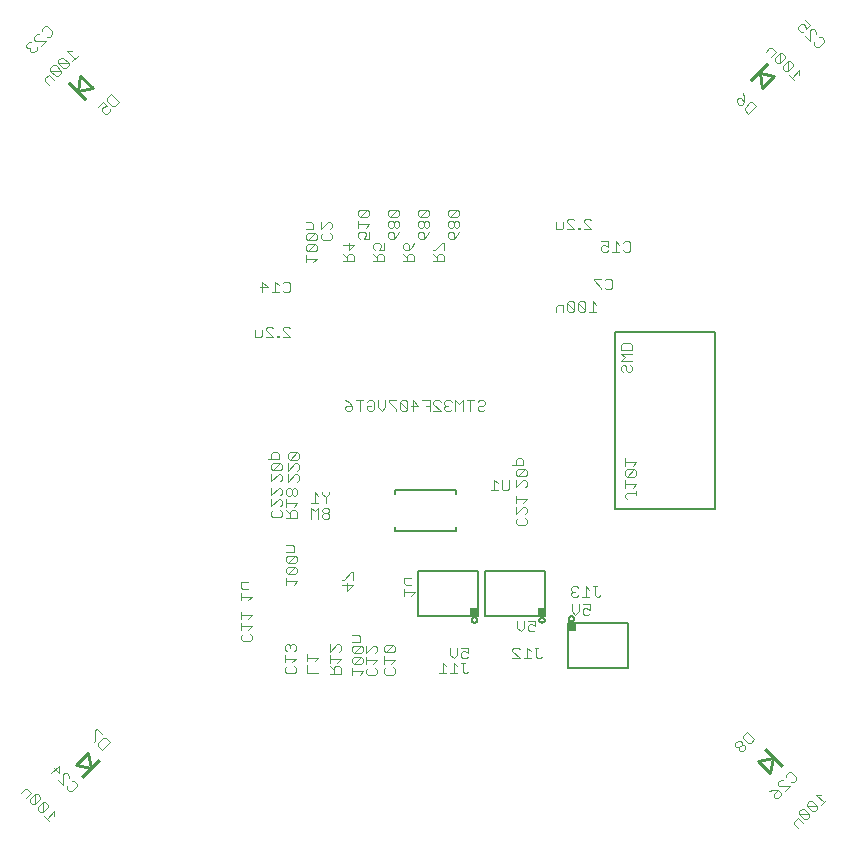
<source format=gbo>
G75*
%MOIN*%
%OFA0B0*%
%FSLAX25Y25*%
%IPPOS*%
%LPD*%
%AMOC8*
5,1,8,0,0,1.08239X$1,22.5*
%
%ADD10C,0.00400*%
%ADD11C,0.00800*%
%ADD12C,0.01000*%
%ADD13R,0.01181X0.08268*%
%ADD14C,0.00500*%
%ADD15R,0.02500X0.02500*%
D10*
X0359209Y0165255D02*
X0360483Y0166529D01*
X0361332Y0166529D01*
X0362606Y0165255D01*
X0360907Y0163556D01*
X0362238Y0163075D02*
X0362238Y0162226D01*
X0363087Y0161376D01*
X0363936Y0161376D01*
X0363936Y0164773D01*
X0362238Y0163075D01*
X0363936Y0164773D02*
X0364785Y0164773D01*
X0365635Y0163924D01*
X0365635Y0163075D01*
X0363936Y0161376D01*
X0364842Y0160471D02*
X0364842Y0159621D01*
X0365691Y0158772D01*
X0366541Y0158772D01*
X0366541Y0162169D01*
X0364842Y0160471D01*
X0366541Y0162169D02*
X0367390Y0162169D01*
X0368239Y0161320D01*
X0368239Y0160471D01*
X0366541Y0158772D01*
X0367022Y0157442D02*
X0368720Y0155743D01*
X0367871Y0156592D02*
X0370419Y0159140D01*
X0370419Y0157442D01*
X0375367Y0165739D02*
X0374517Y0166588D01*
X0374517Y0167437D01*
X0373187Y0167919D02*
X0373187Y0171316D01*
X0373612Y0171740D01*
X0374461Y0171740D01*
X0375310Y0170891D01*
X0375310Y0170042D01*
X0376216Y0169136D02*
X0377065Y0169136D01*
X0377914Y0168287D01*
X0377914Y0167437D01*
X0376216Y0165739D01*
X0375367Y0165739D01*
X0373187Y0167919D02*
X0371488Y0169617D01*
X0371856Y0171797D02*
X0370158Y0173495D01*
X0369309Y0171797D02*
X0371856Y0174345D01*
X0371856Y0171797D01*
X0383688Y0182256D02*
X0384112Y0182680D01*
X0384112Y0186077D01*
X0384537Y0186502D01*
X0386235Y0184804D01*
X0386717Y0183473D02*
X0387566Y0183473D01*
X0388840Y0182199D01*
X0386292Y0179651D01*
X0385018Y0180925D01*
X0385018Y0181775D01*
X0386717Y0183473D01*
X0432713Y0216475D02*
X0432713Y0217676D01*
X0433313Y0218276D01*
X0432713Y0219557D02*
X0432713Y0221959D01*
X0432713Y0220758D02*
X0436316Y0220758D01*
X0435115Y0219557D01*
X0435715Y0218276D02*
X0436316Y0217676D01*
X0436316Y0216475D01*
X0435715Y0215874D01*
X0433313Y0215874D01*
X0432713Y0216475D01*
X0432713Y0223240D02*
X0432713Y0225642D01*
X0432713Y0224441D02*
X0436316Y0224441D01*
X0435115Y0223240D01*
X0435024Y0229374D02*
X0436225Y0230575D01*
X0432622Y0230575D01*
X0432622Y0229374D02*
X0432622Y0231776D01*
X0433223Y0233057D02*
X0432622Y0233658D01*
X0432622Y0235459D01*
X0435024Y0235459D01*
X0435024Y0233057D02*
X0433223Y0233057D01*
X0447776Y0234551D02*
X0447776Y0236953D01*
X0447776Y0235752D02*
X0451379Y0235752D01*
X0450178Y0234551D01*
X0450778Y0238234D02*
X0451379Y0238835D01*
X0451379Y0240036D01*
X0450778Y0240636D01*
X0448376Y0238234D01*
X0447776Y0238835D01*
X0447776Y0240036D01*
X0448376Y0240636D01*
X0450778Y0240636D01*
X0450778Y0241917D02*
X0451379Y0242518D01*
X0451379Y0243719D01*
X0450778Y0244320D01*
X0448376Y0241917D01*
X0447776Y0242518D01*
X0447776Y0243719D01*
X0448376Y0244320D01*
X0450778Y0244320D01*
X0450178Y0245601D02*
X0450178Y0247402D01*
X0449577Y0248003D01*
X0447776Y0248003D01*
X0447776Y0245601D02*
X0450178Y0245601D01*
X0450778Y0241917D02*
X0448376Y0241917D01*
X0448376Y0238234D02*
X0450778Y0238234D01*
X0466276Y0236368D02*
X0466876Y0236368D01*
X0469278Y0238770D01*
X0469879Y0238770D01*
X0469879Y0236368D01*
X0469879Y0234486D02*
X0468077Y0232685D01*
X0468077Y0235087D01*
X0466276Y0234486D02*
X0469879Y0234486D01*
X0469776Y0218003D02*
X0471577Y0218003D01*
X0472178Y0217402D01*
X0472178Y0215601D01*
X0469776Y0215601D01*
X0470376Y0214320D02*
X0469776Y0213719D01*
X0469776Y0212518D01*
X0470376Y0211917D01*
X0472778Y0214320D01*
X0470376Y0214320D01*
X0472778Y0214320D02*
X0473379Y0213719D01*
X0473379Y0212518D01*
X0472778Y0211917D01*
X0470376Y0211917D01*
X0470376Y0210636D02*
X0469776Y0210036D01*
X0469776Y0208835D01*
X0470376Y0208234D01*
X0472778Y0210636D01*
X0470376Y0210636D01*
X0470376Y0208234D02*
X0472778Y0208234D01*
X0473379Y0208835D01*
X0473379Y0210036D01*
X0472778Y0210636D01*
X0474276Y0210636D02*
X0474276Y0208234D01*
X0474276Y0209435D02*
X0477879Y0209435D01*
X0476678Y0208234D01*
X0477278Y0206953D02*
X0477879Y0206353D01*
X0477879Y0205152D01*
X0477278Y0204551D01*
X0474876Y0204551D01*
X0474276Y0205152D01*
X0474276Y0206353D01*
X0474876Y0206953D01*
X0473379Y0205752D02*
X0469776Y0205752D01*
X0469776Y0204551D02*
X0469776Y0206953D01*
X0472178Y0204551D02*
X0473379Y0205752D01*
X0474276Y0211917D02*
X0476678Y0214320D01*
X0477278Y0214320D01*
X0477879Y0213719D01*
X0477879Y0212518D01*
X0477278Y0211917D01*
X0474276Y0211917D02*
X0474276Y0214320D01*
X0480339Y0213847D02*
X0480339Y0212646D01*
X0480939Y0212045D01*
X0483341Y0214447D01*
X0480939Y0214447D01*
X0480339Y0213847D01*
X0480939Y0212045D02*
X0483341Y0212045D01*
X0483942Y0212646D01*
X0483942Y0213847D01*
X0483341Y0214447D01*
X0480339Y0210764D02*
X0480339Y0208362D01*
X0480339Y0209563D02*
X0483942Y0209563D01*
X0482741Y0208362D01*
X0483341Y0207081D02*
X0483942Y0206480D01*
X0483942Y0205279D01*
X0483341Y0204679D01*
X0480939Y0204679D01*
X0480339Y0205279D01*
X0480339Y0206480D01*
X0480939Y0207081D01*
X0465879Y0206803D02*
X0465278Y0207404D01*
X0464077Y0207404D01*
X0463477Y0206803D01*
X0463477Y0205002D01*
X0463477Y0206203D02*
X0462276Y0207404D01*
X0462276Y0208685D02*
X0462276Y0211087D01*
X0462276Y0209886D02*
X0465879Y0209886D01*
X0464678Y0208685D01*
X0465879Y0206803D02*
X0465879Y0205002D01*
X0462276Y0205002D01*
X0458379Y0205368D02*
X0454776Y0205368D01*
X0454776Y0207770D01*
X0454776Y0209051D02*
X0454776Y0211453D01*
X0454776Y0210252D02*
X0458379Y0210252D01*
X0457178Y0209051D01*
X0462276Y0212368D02*
X0464678Y0214770D01*
X0465278Y0214770D01*
X0465879Y0214170D01*
X0465879Y0212969D01*
X0465278Y0212368D01*
X0462276Y0212368D02*
X0462276Y0214770D01*
X0450879Y0214219D02*
X0450278Y0214820D01*
X0449678Y0214820D01*
X0449077Y0214219D01*
X0448477Y0214820D01*
X0447876Y0214820D01*
X0447276Y0214219D01*
X0447276Y0213018D01*
X0447876Y0212417D01*
X0447276Y0211136D02*
X0447276Y0208734D01*
X0447276Y0209935D02*
X0450879Y0209935D01*
X0449678Y0208734D01*
X0450278Y0207453D02*
X0450879Y0206853D01*
X0450879Y0205652D01*
X0450278Y0205051D01*
X0447876Y0205051D01*
X0447276Y0205652D01*
X0447276Y0206853D01*
X0447876Y0207453D01*
X0450278Y0212417D02*
X0450879Y0213018D01*
X0450879Y0214219D01*
X0449077Y0214219D02*
X0449077Y0213618D01*
X0486929Y0230862D02*
X0486929Y0233264D01*
X0486929Y0232063D02*
X0490532Y0232063D01*
X0489331Y0230862D01*
X0489331Y0234545D02*
X0487530Y0234545D01*
X0486929Y0235146D01*
X0486929Y0236947D01*
X0489331Y0236947D01*
X0462059Y0257258D02*
X0462059Y0257859D01*
X0461458Y0258459D01*
X0460257Y0258459D01*
X0459657Y0257859D01*
X0459657Y0257258D01*
X0460257Y0256657D01*
X0461458Y0256657D01*
X0462059Y0257258D01*
X0461458Y0258459D02*
X0462059Y0259060D01*
X0462059Y0259660D01*
X0461458Y0260261D01*
X0460257Y0260261D01*
X0459657Y0259660D01*
X0459657Y0259060D01*
X0460257Y0258459D01*
X0458376Y0256657D02*
X0458376Y0260261D01*
X0457175Y0259060D01*
X0455974Y0260261D01*
X0455974Y0256657D01*
X0451379Y0257002D02*
X0451379Y0258803D01*
X0450778Y0259404D01*
X0449577Y0259404D01*
X0448977Y0258803D01*
X0448977Y0257002D01*
X0448977Y0258203D02*
X0447776Y0259404D01*
X0447776Y0260685D02*
X0447776Y0263087D01*
X0447776Y0261886D02*
X0451379Y0261886D01*
X0450178Y0260685D01*
X0450178Y0264368D02*
X0450778Y0264368D01*
X0451379Y0264969D01*
X0451379Y0266170D01*
X0450778Y0266770D01*
X0450178Y0266770D01*
X0449577Y0266170D01*
X0449577Y0264969D01*
X0450178Y0264368D01*
X0449577Y0264969D02*
X0448977Y0264368D01*
X0448376Y0264368D01*
X0447776Y0264969D01*
X0447776Y0266170D01*
X0448376Y0266770D01*
X0448977Y0266770D01*
X0449577Y0266170D01*
X0448276Y0269002D02*
X0450678Y0271404D01*
X0451278Y0271404D01*
X0451879Y0270803D01*
X0451879Y0269602D01*
X0451278Y0269002D01*
X0448276Y0269002D02*
X0448276Y0271404D01*
X0448276Y0272685D02*
X0450678Y0275087D01*
X0451278Y0275087D01*
X0451879Y0274486D01*
X0451879Y0273285D01*
X0451278Y0272685D01*
X0448276Y0272685D02*
X0448276Y0275087D01*
X0448876Y0276368D02*
X0451278Y0278770D01*
X0448876Y0278770D01*
X0448276Y0278170D01*
X0448276Y0276969D01*
X0448876Y0276368D01*
X0451278Y0276368D01*
X0451879Y0276969D01*
X0451879Y0278170D01*
X0451278Y0278770D01*
X0445178Y0278219D02*
X0444577Y0278820D01*
X0443376Y0278820D01*
X0442776Y0278219D01*
X0442776Y0276417D01*
X0441575Y0276417D02*
X0445178Y0276417D01*
X0445178Y0278219D01*
X0445778Y0275136D02*
X0443376Y0272734D01*
X0442776Y0273335D01*
X0442776Y0274536D01*
X0443376Y0275136D01*
X0445778Y0275136D01*
X0446379Y0274536D01*
X0446379Y0273335D01*
X0445778Y0272734D01*
X0443376Y0272734D01*
X0442776Y0271453D02*
X0442776Y0269051D01*
X0445178Y0271453D01*
X0445778Y0271453D01*
X0446379Y0270853D01*
X0446379Y0269652D01*
X0445778Y0269051D01*
X0445778Y0266820D02*
X0446379Y0266219D01*
X0446379Y0265018D01*
X0445778Y0264417D01*
X0445778Y0263136D02*
X0446379Y0262536D01*
X0446379Y0261335D01*
X0445778Y0260734D01*
X0445778Y0259453D02*
X0446379Y0258853D01*
X0446379Y0257652D01*
X0445778Y0257051D01*
X0443376Y0257051D01*
X0442776Y0257652D01*
X0442776Y0258853D01*
X0443376Y0259453D01*
X0442776Y0260734D02*
X0445178Y0263136D01*
X0445778Y0263136D01*
X0442776Y0263136D02*
X0442776Y0260734D01*
X0442776Y0264417D02*
X0445178Y0266820D01*
X0445778Y0266820D01*
X0442776Y0266820D02*
X0442776Y0264417D01*
X0447776Y0257002D02*
X0451379Y0257002D01*
X0455974Y0261945D02*
X0458376Y0261945D01*
X0457175Y0261945D02*
X0457175Y0265548D01*
X0458376Y0264347D01*
X0459657Y0264947D02*
X0459657Y0265548D01*
X0459657Y0264947D02*
X0460858Y0263746D01*
X0460858Y0261945D01*
X0460858Y0263746D02*
X0462059Y0264947D01*
X0462059Y0265548D01*
X0467876Y0292551D02*
X0467276Y0293152D01*
X0467276Y0293752D01*
X0467876Y0294353D01*
X0469678Y0294353D01*
X0469678Y0293152D01*
X0469077Y0292551D01*
X0467876Y0292551D01*
X0469678Y0294353D02*
X0468477Y0295554D01*
X0467276Y0296154D01*
X0470959Y0296154D02*
X0473361Y0296154D01*
X0472160Y0296154D02*
X0472160Y0292551D01*
X0474642Y0293152D02*
X0475243Y0292551D01*
X0476444Y0292551D01*
X0477044Y0293152D01*
X0477044Y0295554D01*
X0476444Y0296154D01*
X0475243Y0296154D01*
X0474642Y0295554D01*
X0474642Y0294353D02*
X0475843Y0294353D01*
X0474642Y0294353D02*
X0474642Y0293152D01*
X0478325Y0293752D02*
X0479526Y0292551D01*
X0480727Y0293752D01*
X0480727Y0296154D01*
X0482008Y0296154D02*
X0482008Y0295554D01*
X0484410Y0293152D01*
X0484410Y0292551D01*
X0485692Y0293152D02*
X0486292Y0292551D01*
X0487493Y0292551D01*
X0488094Y0293152D01*
X0485692Y0295554D01*
X0485692Y0293152D01*
X0488094Y0293152D02*
X0488094Y0295554D01*
X0487493Y0296154D01*
X0486292Y0296154D01*
X0485692Y0295554D01*
X0484410Y0296154D02*
X0482008Y0296154D01*
X0478325Y0296154D02*
X0478325Y0293752D01*
X0489375Y0294353D02*
X0491777Y0294353D01*
X0489975Y0296154D01*
X0489975Y0292551D01*
X0494259Y0294353D02*
X0495460Y0294353D01*
X0496741Y0294953D02*
X0496741Y0295554D01*
X0497341Y0296154D01*
X0498543Y0296154D01*
X0499143Y0295554D01*
X0500424Y0295554D02*
X0500424Y0294953D01*
X0501025Y0294353D01*
X0500424Y0293752D01*
X0500424Y0293152D01*
X0501025Y0292551D01*
X0502226Y0292551D01*
X0502826Y0293152D01*
X0504107Y0292551D02*
X0504107Y0296154D01*
X0505308Y0294953D01*
X0506509Y0296154D01*
X0506509Y0292551D01*
X0508991Y0292551D02*
X0508991Y0296154D01*
X0510192Y0296154D02*
X0507790Y0296154D01*
X0511474Y0295554D02*
X0512074Y0296154D01*
X0513275Y0296154D01*
X0513876Y0295554D01*
X0513876Y0294953D01*
X0513275Y0294353D01*
X0512074Y0294353D01*
X0511474Y0293752D01*
X0511474Y0293152D01*
X0512074Y0292551D01*
X0513275Y0292551D01*
X0513876Y0293152D01*
X0502826Y0295554D02*
X0502226Y0296154D01*
X0501025Y0296154D01*
X0500424Y0295554D01*
X0501025Y0294353D02*
X0501625Y0294353D01*
X0499143Y0292551D02*
X0496741Y0294953D01*
X0495460Y0296154D02*
X0493058Y0296154D01*
X0495460Y0296154D02*
X0495460Y0292551D01*
X0496741Y0292551D02*
X0499143Y0292551D01*
X0516991Y0269654D02*
X0516991Y0266051D01*
X0518192Y0266051D02*
X0515790Y0266051D01*
X0518192Y0268453D02*
X0516991Y0269654D01*
X0519474Y0269654D02*
X0519474Y0266652D01*
X0520074Y0266051D01*
X0521275Y0266051D01*
X0521876Y0266652D01*
X0521876Y0269654D01*
X0524276Y0269453D02*
X0524276Y0267051D01*
X0526678Y0269453D01*
X0527278Y0269453D01*
X0527879Y0268853D01*
X0527879Y0267652D01*
X0527278Y0267051D01*
X0527278Y0270734D02*
X0527879Y0271335D01*
X0527879Y0272536D01*
X0527278Y0273136D01*
X0524876Y0270734D01*
X0524276Y0271335D01*
X0524276Y0272536D01*
X0524876Y0273136D01*
X0527278Y0273136D01*
X0526678Y0274417D02*
X0523075Y0274417D01*
X0524276Y0274417D02*
X0524276Y0276219D01*
X0524876Y0276820D01*
X0526077Y0276820D01*
X0526678Y0276219D01*
X0526678Y0274417D01*
X0527278Y0270734D02*
X0524876Y0270734D01*
X0524276Y0264320D02*
X0524276Y0261917D01*
X0524276Y0263118D02*
X0527879Y0263118D01*
X0526678Y0261917D01*
X0526678Y0260636D02*
X0527278Y0260636D01*
X0527879Y0260036D01*
X0527879Y0258835D01*
X0527278Y0258234D01*
X0527278Y0256953D02*
X0527879Y0256353D01*
X0527879Y0255152D01*
X0527278Y0254551D01*
X0524876Y0254551D01*
X0524276Y0255152D01*
X0524276Y0256353D01*
X0524876Y0256953D01*
X0524276Y0258234D02*
X0526678Y0260636D01*
X0524276Y0260636D02*
X0524276Y0258234D01*
X0543257Y0234154D02*
X0542657Y0233554D01*
X0542657Y0232953D01*
X0543257Y0232353D01*
X0542657Y0231752D01*
X0542657Y0231152D01*
X0543257Y0230551D01*
X0544458Y0230551D01*
X0545059Y0231152D01*
X0546340Y0230551D02*
X0548742Y0230551D01*
X0547541Y0230551D02*
X0547541Y0234154D01*
X0548742Y0232953D01*
X0550023Y0234154D02*
X0551224Y0234154D01*
X0550623Y0234154D02*
X0550623Y0231152D01*
X0551224Y0230551D01*
X0551825Y0230551D01*
X0552425Y0231152D01*
X0548876Y0228154D02*
X0546474Y0228154D01*
X0545192Y0228154D02*
X0545192Y0225752D01*
X0543991Y0224551D01*
X0542790Y0225752D01*
X0542790Y0228154D01*
X0546474Y0226353D02*
X0546474Y0225152D01*
X0547074Y0224551D01*
X0548275Y0224551D01*
X0548876Y0225152D01*
X0548876Y0226353D02*
X0547675Y0226953D01*
X0547074Y0226953D01*
X0546474Y0226353D01*
X0548876Y0226353D02*
X0548876Y0228154D01*
X0543858Y0232353D02*
X0543257Y0232353D01*
X0543257Y0234154D02*
X0544458Y0234154D01*
X0545059Y0233554D01*
X0530742Y0222654D02*
X0530742Y0220853D01*
X0529541Y0221453D01*
X0528940Y0221453D01*
X0528340Y0220853D01*
X0528340Y0219652D01*
X0528940Y0219051D01*
X0530141Y0219051D01*
X0530742Y0219652D01*
X0530742Y0222654D02*
X0528340Y0222654D01*
X0527059Y0222654D02*
X0527059Y0220252D01*
X0525858Y0219051D01*
X0524657Y0220252D01*
X0524657Y0222654D01*
X0524909Y0213654D02*
X0523708Y0213654D01*
X0523107Y0213054D01*
X0523107Y0212453D01*
X0525509Y0210051D01*
X0523107Y0210051D01*
X0526790Y0210051D02*
X0529192Y0210051D01*
X0527991Y0210051D02*
X0527991Y0213654D01*
X0529192Y0212453D01*
X0530474Y0213654D02*
X0531675Y0213654D01*
X0531074Y0213654D02*
X0531074Y0210652D01*
X0531675Y0210051D01*
X0532275Y0210051D01*
X0532876Y0210652D01*
X0525509Y0213054D02*
X0524909Y0213654D01*
X0508376Y0213654D02*
X0508376Y0211853D01*
X0507175Y0212453D01*
X0506574Y0212453D01*
X0505974Y0211853D01*
X0505974Y0210652D01*
X0506574Y0210051D01*
X0507775Y0210051D01*
X0508376Y0210652D01*
X0507175Y0208654D02*
X0505974Y0208654D01*
X0506574Y0208654D02*
X0506574Y0205652D01*
X0507175Y0205051D01*
X0507775Y0205051D01*
X0508376Y0205652D01*
X0504692Y0205051D02*
X0502290Y0205051D01*
X0503491Y0205051D02*
X0503491Y0208654D01*
X0504692Y0207453D01*
X0503491Y0210051D02*
X0502290Y0211252D01*
X0502290Y0213654D01*
X0504692Y0213654D02*
X0504692Y0211252D01*
X0503491Y0210051D01*
X0501009Y0207453D02*
X0499808Y0208654D01*
X0499808Y0205051D01*
X0501009Y0205051D02*
X0498607Y0205051D01*
X0505974Y0213654D02*
X0508376Y0213654D01*
X0560776Y0263919D02*
X0560776Y0264520D01*
X0561376Y0265120D01*
X0564379Y0265120D01*
X0564379Y0264520D02*
X0564379Y0265721D01*
X0563178Y0267002D02*
X0564379Y0268203D01*
X0560776Y0268203D01*
X0560776Y0267002D02*
X0560776Y0269404D01*
X0561376Y0270685D02*
X0563778Y0273087D01*
X0561376Y0273087D01*
X0560776Y0272486D01*
X0560776Y0271285D01*
X0561376Y0270685D01*
X0563778Y0270685D01*
X0564379Y0271285D01*
X0564379Y0272486D01*
X0563778Y0273087D01*
X0563178Y0274368D02*
X0564379Y0275569D01*
X0560776Y0275569D01*
X0560776Y0274368D02*
X0560776Y0276770D01*
X0560776Y0263919D02*
X0561376Y0263319D01*
X0561678Y0305502D02*
X0561077Y0306102D01*
X0561077Y0307303D01*
X0560477Y0307904D01*
X0559876Y0307904D01*
X0559276Y0307303D01*
X0559276Y0306102D01*
X0559876Y0305502D01*
X0561678Y0305502D02*
X0562278Y0305502D01*
X0562879Y0306102D01*
X0562879Y0307303D01*
X0562278Y0307904D01*
X0562879Y0309185D02*
X0559276Y0309185D01*
X0560477Y0310386D01*
X0559276Y0311587D01*
X0562879Y0311587D01*
X0562879Y0312868D02*
X0562879Y0314670D01*
X0562278Y0315270D01*
X0559876Y0315270D01*
X0559276Y0314670D01*
X0559276Y0312868D01*
X0562879Y0312868D01*
X0551108Y0325551D02*
X0548706Y0325551D01*
X0549907Y0325551D02*
X0549907Y0329154D01*
X0551108Y0327953D01*
X0547425Y0328554D02*
X0546825Y0329154D01*
X0545623Y0329154D01*
X0545023Y0328554D01*
X0547425Y0326152D01*
X0546825Y0325551D01*
X0545623Y0325551D01*
X0545023Y0326152D01*
X0545023Y0328554D01*
X0543742Y0328554D02*
X0543141Y0329154D01*
X0541940Y0329154D01*
X0541340Y0328554D01*
X0543742Y0326152D01*
X0543141Y0325551D01*
X0541940Y0325551D01*
X0541340Y0326152D01*
X0541340Y0328554D01*
X0540059Y0327953D02*
X0538257Y0327953D01*
X0537657Y0327353D01*
X0537657Y0325551D01*
X0540059Y0325551D02*
X0540059Y0327953D01*
X0543742Y0328554D02*
X0543742Y0326152D01*
X0547425Y0326152D02*
X0547425Y0328554D01*
X0552559Y0333051D02*
X0552559Y0333652D01*
X0550157Y0336054D01*
X0550157Y0336654D01*
X0552559Y0336654D01*
X0553840Y0336054D02*
X0554440Y0336654D01*
X0555641Y0336654D01*
X0556242Y0336054D01*
X0556242Y0333652D01*
X0555641Y0333051D01*
X0554440Y0333051D01*
X0553840Y0333652D01*
X0553257Y0345551D02*
X0554458Y0345551D01*
X0555059Y0346152D01*
X0555059Y0347353D02*
X0553858Y0347953D01*
X0553257Y0347953D01*
X0552657Y0347353D01*
X0552657Y0346152D01*
X0553257Y0345551D01*
X0555059Y0347353D02*
X0555059Y0349154D01*
X0552657Y0349154D01*
X0557541Y0349154D02*
X0557541Y0345551D01*
X0558742Y0345551D02*
X0556340Y0345551D01*
X0558742Y0347953D02*
X0557541Y0349154D01*
X0560023Y0348554D02*
X0560623Y0349154D01*
X0561825Y0349154D01*
X0562425Y0348554D01*
X0562425Y0346152D01*
X0561825Y0345551D01*
X0560623Y0345551D01*
X0560023Y0346152D01*
X0549267Y0353051D02*
X0546865Y0355453D01*
X0546865Y0356054D01*
X0547465Y0356654D01*
X0548666Y0356654D01*
X0549267Y0356054D01*
X0549267Y0353051D02*
X0546865Y0353051D01*
X0545583Y0353051D02*
X0544983Y0353051D01*
X0544983Y0353652D01*
X0545583Y0353652D01*
X0545583Y0353051D01*
X0543742Y0353051D02*
X0541340Y0355453D01*
X0541340Y0356054D01*
X0541940Y0356654D01*
X0543141Y0356654D01*
X0543742Y0356054D01*
X0543742Y0353051D02*
X0541340Y0353051D01*
X0540059Y0353652D02*
X0539458Y0353051D01*
X0537657Y0353051D01*
X0537657Y0355453D01*
X0540059Y0355453D02*
X0540059Y0353652D01*
X0505379Y0354209D02*
X0505379Y0355410D01*
X0504778Y0356010D01*
X0504178Y0356010D01*
X0503577Y0355410D01*
X0503577Y0354209D01*
X0504178Y0353608D01*
X0504778Y0353608D01*
X0505379Y0354209D01*
X0503577Y0354209D02*
X0502977Y0353608D01*
X0502376Y0353608D01*
X0501776Y0354209D01*
X0501776Y0355410D01*
X0502376Y0356010D01*
X0502977Y0356010D01*
X0503577Y0355410D01*
X0502376Y0357291D02*
X0504778Y0359694D01*
X0502376Y0359694D01*
X0501776Y0359093D01*
X0501776Y0357892D01*
X0502376Y0357291D01*
X0504778Y0357291D01*
X0505379Y0357892D01*
X0505379Y0359093D01*
X0504778Y0359694D01*
X0505379Y0352327D02*
X0504778Y0351126D01*
X0503577Y0349925D01*
X0503577Y0351727D01*
X0502977Y0352327D01*
X0502376Y0352327D01*
X0501776Y0351727D01*
X0501776Y0350526D01*
X0502376Y0349925D01*
X0503577Y0349925D01*
X0500379Y0348510D02*
X0499778Y0348510D01*
X0497376Y0346108D01*
X0496776Y0346108D01*
X0496776Y0344827D02*
X0497977Y0343626D01*
X0497977Y0344227D02*
X0497977Y0342425D01*
X0496776Y0342425D02*
X0500379Y0342425D01*
X0500379Y0344227D01*
X0499778Y0344827D01*
X0498577Y0344827D01*
X0497977Y0344227D01*
X0500379Y0346108D02*
X0500379Y0348510D01*
X0494778Y0351126D02*
X0493577Y0349925D01*
X0493577Y0351727D01*
X0492977Y0352327D01*
X0492376Y0352327D01*
X0491776Y0351727D01*
X0491776Y0350526D01*
X0492376Y0349925D01*
X0493577Y0349925D01*
X0494778Y0351126D02*
X0495379Y0352327D01*
X0494778Y0353608D02*
X0494178Y0353608D01*
X0493577Y0354209D01*
X0493577Y0355410D01*
X0492977Y0356010D01*
X0492376Y0356010D01*
X0491776Y0355410D01*
X0491776Y0354209D01*
X0492376Y0353608D01*
X0492977Y0353608D01*
X0493577Y0354209D01*
X0493577Y0355410D02*
X0494178Y0356010D01*
X0494778Y0356010D01*
X0495379Y0355410D01*
X0495379Y0354209D01*
X0494778Y0353608D01*
X0494778Y0357291D02*
X0492376Y0357291D01*
X0494778Y0359694D01*
X0492376Y0359694D01*
X0491776Y0359093D01*
X0491776Y0357892D01*
X0492376Y0357291D01*
X0494778Y0357291D02*
X0495379Y0357892D01*
X0495379Y0359093D01*
X0494778Y0359694D01*
X0485379Y0359093D02*
X0484778Y0359694D01*
X0482376Y0357291D01*
X0481776Y0357892D01*
X0481776Y0359093D01*
X0482376Y0359694D01*
X0484778Y0359694D01*
X0485379Y0359093D02*
X0485379Y0357892D01*
X0484778Y0357291D01*
X0482376Y0357291D01*
X0482376Y0356010D02*
X0481776Y0355410D01*
X0481776Y0354209D01*
X0482376Y0353608D01*
X0482977Y0353608D01*
X0483577Y0354209D01*
X0483577Y0355410D01*
X0482977Y0356010D01*
X0482376Y0356010D01*
X0483577Y0355410D02*
X0484178Y0356010D01*
X0484778Y0356010D01*
X0485379Y0355410D01*
X0485379Y0354209D01*
X0484778Y0353608D01*
X0484178Y0353608D01*
X0483577Y0354209D01*
X0482977Y0352327D02*
X0483577Y0351727D01*
X0483577Y0349925D01*
X0482376Y0349925D01*
X0481776Y0350526D01*
X0481776Y0351727D01*
X0482376Y0352327D01*
X0482977Y0352327D01*
X0484778Y0351126D02*
X0483577Y0349925D01*
X0484778Y0351126D02*
X0485379Y0352327D01*
X0487376Y0348510D02*
X0487977Y0348510D01*
X0488577Y0347910D01*
X0488577Y0346108D01*
X0487376Y0346108D01*
X0486776Y0346709D01*
X0486776Y0347910D01*
X0487376Y0348510D01*
X0489778Y0347309D02*
X0488577Y0346108D01*
X0488577Y0344827D02*
X0487977Y0344227D01*
X0487977Y0342425D01*
X0487977Y0343626D02*
X0486776Y0344827D01*
X0488577Y0344827D02*
X0489778Y0344827D01*
X0490379Y0344227D01*
X0490379Y0342425D01*
X0486776Y0342425D01*
X0489778Y0347309D02*
X0490379Y0348510D01*
X0480379Y0348510D02*
X0480379Y0346108D01*
X0478577Y0346108D01*
X0479178Y0347309D01*
X0479178Y0347910D01*
X0478577Y0348510D01*
X0477376Y0348510D01*
X0476776Y0347910D01*
X0476776Y0346709D01*
X0477376Y0346108D01*
X0476776Y0344827D02*
X0477977Y0343626D01*
X0477977Y0344227D02*
X0477977Y0342425D01*
X0476776Y0342425D02*
X0480379Y0342425D01*
X0480379Y0344227D01*
X0479778Y0344827D01*
X0478577Y0344827D01*
X0477977Y0344227D01*
X0475379Y0349925D02*
X0475379Y0352327D01*
X0474178Y0351727D02*
X0473577Y0352327D01*
X0472376Y0352327D01*
X0471776Y0351727D01*
X0471776Y0350526D01*
X0472376Y0349925D01*
X0473577Y0349925D02*
X0474178Y0351126D01*
X0474178Y0351727D01*
X0474178Y0353608D02*
X0475379Y0354809D01*
X0471776Y0354809D01*
X0471776Y0353608D02*
X0471776Y0356010D01*
X0472376Y0357291D02*
X0474778Y0359694D01*
X0472376Y0359694D01*
X0471776Y0359093D01*
X0471776Y0357892D01*
X0472376Y0357291D01*
X0474778Y0357291D01*
X0475379Y0357892D01*
X0475379Y0359093D01*
X0474778Y0359694D01*
X0462879Y0355036D02*
X0462879Y0353835D01*
X0462278Y0353234D01*
X0462278Y0351953D02*
X0462879Y0351353D01*
X0462879Y0350152D01*
X0462278Y0349551D01*
X0459876Y0349551D01*
X0459276Y0350152D01*
X0459276Y0351353D01*
X0459876Y0351953D01*
X0459276Y0353234D02*
X0461678Y0355636D01*
X0462278Y0355636D01*
X0462879Y0355036D01*
X0459276Y0355636D02*
X0459276Y0353234D01*
X0457278Y0351820D02*
X0454876Y0349417D01*
X0454276Y0350018D01*
X0454276Y0351219D01*
X0454876Y0351820D01*
X0457278Y0351820D01*
X0457879Y0351219D01*
X0457879Y0350018D01*
X0457278Y0349417D01*
X0454876Y0349417D01*
X0454876Y0348136D02*
X0454276Y0347536D01*
X0454276Y0346335D01*
X0454876Y0345734D01*
X0457278Y0348136D01*
X0454876Y0348136D01*
X0454876Y0345734D02*
X0457278Y0345734D01*
X0457879Y0346335D01*
X0457879Y0347536D01*
X0457278Y0348136D01*
X0454276Y0344453D02*
X0454276Y0342051D01*
X0454276Y0343252D02*
X0457879Y0343252D01*
X0456678Y0342051D01*
X0466776Y0342425D02*
X0470379Y0342425D01*
X0470379Y0344227D01*
X0469778Y0344827D01*
X0468577Y0344827D01*
X0467977Y0344227D01*
X0467977Y0342425D01*
X0467977Y0343626D02*
X0466776Y0344827D01*
X0468577Y0346108D02*
X0468577Y0348510D01*
X0466776Y0347910D02*
X0470379Y0347910D01*
X0468577Y0346108D01*
X0473577Y0349925D02*
X0475379Y0349925D01*
X0456678Y0353101D02*
X0456678Y0354902D01*
X0456077Y0355503D01*
X0454276Y0355503D01*
X0454276Y0353101D02*
X0456678Y0353101D01*
X0448275Y0335654D02*
X0448876Y0335054D01*
X0448876Y0332652D01*
X0448275Y0332051D01*
X0447074Y0332051D01*
X0446474Y0332652D01*
X0445192Y0332051D02*
X0442790Y0332051D01*
X0443991Y0332051D02*
X0443991Y0335654D01*
X0445192Y0334453D01*
X0446474Y0335054D02*
X0447074Y0335654D01*
X0448275Y0335654D01*
X0441509Y0333853D02*
X0439107Y0333853D01*
X0439708Y0335654D02*
X0441509Y0333853D01*
X0439708Y0335654D02*
X0439708Y0332051D01*
X0441549Y0320654D02*
X0442750Y0320654D01*
X0443351Y0320054D01*
X0441549Y0320654D02*
X0440949Y0320054D01*
X0440949Y0319453D01*
X0443351Y0317051D01*
X0440949Y0317051D01*
X0439668Y0317652D02*
X0439067Y0317051D01*
X0437266Y0317051D01*
X0437266Y0319453D01*
X0439668Y0319453D02*
X0439668Y0317652D01*
X0444592Y0317652D02*
X0444592Y0317051D01*
X0445192Y0317051D01*
X0445192Y0317652D01*
X0444592Y0317652D01*
X0446474Y0317051D02*
X0448876Y0317051D01*
X0446474Y0319453D01*
X0446474Y0320054D01*
X0447074Y0320654D01*
X0448275Y0320654D01*
X0448876Y0320054D01*
X0387969Y0391637D02*
X0388818Y0392486D01*
X0388818Y0393335D01*
X0387969Y0394185D02*
X0386695Y0393760D01*
X0386271Y0393335D01*
X0386271Y0392486D01*
X0387120Y0391637D01*
X0387969Y0391637D01*
X0387969Y0394185D02*
X0386695Y0395459D01*
X0384997Y0393760D01*
X0388026Y0395940D02*
X0389724Y0394241D01*
X0390574Y0394241D01*
X0391847Y0395515D01*
X0389300Y0398063D01*
X0388026Y0396789D01*
X0388026Y0395940D01*
X0375119Y0407767D02*
X0375119Y0408616D01*
X0371722Y0408616D01*
X0373420Y0406917D01*
X0374270Y0406917D01*
X0375119Y0407767D01*
X0375119Y0408616D02*
X0373420Y0410314D01*
X0372571Y0410314D01*
X0371722Y0409465D01*
X0371722Y0408616D01*
X0370816Y0407710D02*
X0369967Y0407710D01*
X0369117Y0406861D01*
X0369117Y0406011D01*
X0372514Y0406011D01*
X0372514Y0405162D01*
X0371665Y0404313D01*
X0370816Y0404313D01*
X0369117Y0406011D01*
X0368636Y0404681D02*
X0367362Y0403407D01*
X0367362Y0402558D01*
X0368636Y0401284D01*
X0370335Y0402982D02*
X0368636Y0404681D01*
X0370816Y0407710D02*
X0372514Y0406011D01*
X0376449Y0409097D02*
X0378148Y0410796D01*
X0377299Y0409946D02*
X0374751Y0412494D01*
X0376449Y0412494D01*
X0369690Y0418195D02*
X0368841Y0417346D01*
X0367991Y0417346D01*
X0367510Y0416016D02*
X0364113Y0416016D01*
X0363689Y0416440D01*
X0363689Y0417290D01*
X0364538Y0418139D01*
X0365387Y0418139D01*
X0366293Y0419045D02*
X0366293Y0419894D01*
X0367142Y0420743D01*
X0367991Y0420743D01*
X0369690Y0419045D01*
X0369690Y0418195D01*
X0367510Y0416016D02*
X0365812Y0414317D01*
X0364481Y0413836D02*
X0364481Y0412987D01*
X0363632Y0412137D01*
X0362783Y0412137D01*
X0362358Y0412562D01*
X0362358Y0413411D01*
X0362783Y0413836D01*
X0362358Y0413411D02*
X0361509Y0413411D01*
X0361084Y0413836D01*
X0361084Y0414685D01*
X0361933Y0415534D01*
X0362783Y0415534D01*
X0597861Y0396307D02*
X0598286Y0396732D01*
X0599135Y0396732D01*
X0600409Y0395458D01*
X0599560Y0394608D01*
X0598711Y0394608D01*
X0597861Y0395458D01*
X0597861Y0396307D01*
X0600409Y0397156D02*
X0600409Y0395458D01*
X0600409Y0397156D02*
X0599985Y0398430D01*
X0602164Y0395401D02*
X0603013Y0395401D01*
X0604287Y0394127D01*
X0601740Y0391579D01*
X0600466Y0392853D01*
X0600466Y0393703D01*
X0602164Y0395401D01*
X0613142Y0406657D02*
X0613142Y0407506D01*
X0614840Y0409205D01*
X0614840Y0405808D01*
X0613991Y0405808D01*
X0613142Y0406657D01*
X0614840Y0405808D02*
X0616539Y0407506D01*
X0616539Y0408356D01*
X0615690Y0409205D01*
X0614840Y0409205D01*
X0613934Y0410111D02*
X0613934Y0410960D01*
X0613085Y0411809D01*
X0612236Y0411809D01*
X0612236Y0408412D01*
X0611387Y0408412D01*
X0610537Y0409262D01*
X0610537Y0410111D01*
X0612236Y0411809D01*
X0610905Y0412291D02*
X0609632Y0413564D01*
X0608782Y0413564D01*
X0607508Y0412291D01*
X0609207Y0410592D02*
X0610905Y0412291D01*
X0613934Y0410111D02*
X0612236Y0408412D01*
X0615322Y0404477D02*
X0617020Y0402779D01*
X0616171Y0403628D02*
X0618719Y0406176D01*
X0618719Y0404477D01*
X0624420Y0413737D02*
X0623571Y0414586D01*
X0623571Y0415435D01*
X0622240Y0415917D02*
X0622240Y0419314D01*
X0622665Y0419738D01*
X0623514Y0419738D01*
X0624363Y0418889D01*
X0624363Y0418040D01*
X0625269Y0417134D02*
X0626118Y0417134D01*
X0626968Y0416285D01*
X0626968Y0415435D01*
X0625269Y0413737D01*
X0624420Y0413737D01*
X0622240Y0415917D02*
X0620542Y0417615D01*
X0620060Y0418946D02*
X0619211Y0418946D01*
X0618362Y0419795D01*
X0618362Y0420644D01*
X0619211Y0421493D01*
X0620060Y0421493D01*
X0620485Y0421069D01*
X0620910Y0419795D01*
X0622184Y0421069D01*
X0620485Y0422767D01*
X0601228Y0185615D02*
X0599954Y0184341D01*
X0599954Y0183492D01*
X0601652Y0181794D01*
X0602502Y0181794D01*
X0603775Y0183067D01*
X0601228Y0185615D01*
X0599048Y0182586D02*
X0599473Y0182162D01*
X0599473Y0181312D01*
X0598623Y0180463D01*
X0598623Y0179614D01*
X0599048Y0179189D01*
X0599897Y0179189D01*
X0600746Y0180038D01*
X0600746Y0180888D01*
X0600322Y0181312D01*
X0599473Y0181312D01*
X0598623Y0180463D02*
X0597774Y0180463D01*
X0597349Y0180888D01*
X0597349Y0181737D01*
X0598199Y0182586D01*
X0599048Y0182586D01*
X0612536Y0169586D02*
X0613385Y0169586D01*
X0612536Y0169586D02*
X0611687Y0168736D01*
X0611687Y0167887D01*
X0612111Y0167463D01*
X0615508Y0167463D01*
X0613810Y0165764D01*
X0612479Y0165283D02*
X0611630Y0166132D01*
X0610356Y0164858D01*
X0610356Y0164009D01*
X0610781Y0163584D01*
X0611630Y0163584D01*
X0612479Y0164434D01*
X0612479Y0165283D01*
X0611630Y0166132D02*
X0609931Y0166132D01*
X0608658Y0165707D01*
X0614291Y0170492D02*
X0614291Y0171341D01*
X0615140Y0172190D01*
X0615989Y0172190D01*
X0617688Y0170492D01*
X0617688Y0169642D01*
X0616839Y0168793D01*
X0615989Y0168793D01*
X0622107Y0162515D02*
X0621258Y0161665D01*
X0621258Y0160816D01*
X0624655Y0160816D01*
X0624655Y0159967D01*
X0623805Y0159118D01*
X0622956Y0159118D01*
X0621258Y0160816D01*
X0620352Y0159910D02*
X0619503Y0159910D01*
X0618653Y0159061D01*
X0618653Y0158212D01*
X0622050Y0158212D01*
X0622050Y0157362D01*
X0621201Y0156513D01*
X0620352Y0156513D01*
X0618653Y0158212D01*
X0618172Y0156881D02*
X0616898Y0155607D01*
X0616898Y0154758D01*
X0618172Y0153484D01*
X0619871Y0155183D02*
X0618172Y0156881D01*
X0620352Y0159910D02*
X0622050Y0158212D01*
X0624655Y0160816D02*
X0622956Y0162515D01*
X0622107Y0162515D01*
X0624287Y0164694D02*
X0626834Y0162147D01*
X0627684Y0162996D02*
X0625985Y0161297D01*
X0625985Y0164694D02*
X0624287Y0164694D01*
D11*
X0504312Y0252658D02*
X0504312Y0253839D01*
X0504312Y0252658D02*
X0483839Y0252658D01*
X0483839Y0253839D01*
X0483839Y0264863D02*
X0483839Y0266044D01*
X0504312Y0266044D01*
X0504312Y0264863D01*
D12*
X0605005Y0176030D02*
X0609042Y0171993D01*
X0610016Y0176865D01*
X0605005Y0176030D01*
X0382590Y0173411D02*
X0377718Y0174385D01*
X0381754Y0178422D01*
X0382590Y0173411D01*
X0378135Y0399337D02*
X0379110Y0404209D01*
X0383146Y0400172D01*
X0378135Y0399337D01*
X0605562Y0405291D02*
X0606397Y0400280D01*
X0610434Y0404317D01*
X0605562Y0405291D01*
D13*
G36*
X0602918Y0402091D02*
X0602083Y0402926D01*
X0607928Y0408771D01*
X0608763Y0407936D01*
X0602918Y0402091D01*
G37*
G36*
X0381336Y0396693D02*
X0380501Y0395858D01*
X0374656Y0401703D01*
X0375491Y0402538D01*
X0381336Y0396693D01*
G37*
G36*
X0385234Y0176612D02*
X0386069Y0175777D01*
X0380224Y0169932D01*
X0379389Y0170767D01*
X0385234Y0176612D01*
G37*
G36*
X0606815Y0179509D02*
X0607650Y0180344D01*
X0613495Y0174499D01*
X0612660Y0173664D01*
X0606815Y0179509D01*
G37*
D14*
X0561576Y0206851D02*
X0561576Y0221851D01*
X0541576Y0221851D01*
X0541576Y0206851D01*
X0561576Y0206851D01*
X0541832Y0223288D02*
X0541834Y0223347D01*
X0541840Y0223406D01*
X0541850Y0223464D01*
X0541863Y0223522D01*
X0541881Y0223578D01*
X0541902Y0223633D01*
X0541927Y0223687D01*
X0541956Y0223739D01*
X0541987Y0223789D01*
X0542022Y0223836D01*
X0542061Y0223882D01*
X0542102Y0223924D01*
X0542146Y0223964D01*
X0542192Y0224000D01*
X0542241Y0224034D01*
X0542292Y0224064D01*
X0542344Y0224091D01*
X0542399Y0224114D01*
X0542455Y0224133D01*
X0542512Y0224149D01*
X0542570Y0224161D01*
X0542628Y0224169D01*
X0542687Y0224173D01*
X0542747Y0224173D01*
X0542806Y0224169D01*
X0542864Y0224161D01*
X0542922Y0224149D01*
X0542979Y0224133D01*
X0543035Y0224114D01*
X0543090Y0224091D01*
X0543142Y0224064D01*
X0543193Y0224034D01*
X0543242Y0224000D01*
X0543288Y0223964D01*
X0543332Y0223924D01*
X0543373Y0223882D01*
X0543412Y0223836D01*
X0543447Y0223789D01*
X0543478Y0223739D01*
X0543507Y0223687D01*
X0543532Y0223633D01*
X0543553Y0223578D01*
X0543571Y0223522D01*
X0543584Y0223464D01*
X0543594Y0223406D01*
X0543600Y0223347D01*
X0543602Y0223288D01*
X0543600Y0223229D01*
X0543594Y0223170D01*
X0543584Y0223112D01*
X0543571Y0223054D01*
X0543553Y0222998D01*
X0543532Y0222943D01*
X0543507Y0222889D01*
X0543478Y0222837D01*
X0543447Y0222787D01*
X0543412Y0222740D01*
X0543373Y0222694D01*
X0543332Y0222652D01*
X0543288Y0222612D01*
X0543242Y0222576D01*
X0543193Y0222542D01*
X0543142Y0222512D01*
X0543090Y0222485D01*
X0543035Y0222462D01*
X0542979Y0222443D01*
X0542922Y0222427D01*
X0542864Y0222415D01*
X0542806Y0222407D01*
X0542747Y0222403D01*
X0542687Y0222403D01*
X0542628Y0222407D01*
X0542570Y0222415D01*
X0542512Y0222427D01*
X0542455Y0222443D01*
X0542399Y0222462D01*
X0542344Y0222485D01*
X0542292Y0222512D01*
X0542241Y0222542D01*
X0542192Y0222576D01*
X0542146Y0222612D01*
X0542102Y0222652D01*
X0542061Y0222694D01*
X0542022Y0222740D01*
X0541987Y0222787D01*
X0541956Y0222837D01*
X0541927Y0222889D01*
X0541902Y0222943D01*
X0541881Y0222998D01*
X0541863Y0223054D01*
X0541850Y0223112D01*
X0541840Y0223170D01*
X0541834Y0223229D01*
X0541832Y0223288D01*
X0534076Y0224351D02*
X0514076Y0224351D01*
X0514076Y0239351D01*
X0534076Y0239351D01*
X0534076Y0224351D01*
X0532049Y0222914D02*
X0532051Y0222973D01*
X0532057Y0223032D01*
X0532067Y0223090D01*
X0532080Y0223148D01*
X0532098Y0223204D01*
X0532119Y0223259D01*
X0532144Y0223313D01*
X0532173Y0223365D01*
X0532204Y0223415D01*
X0532239Y0223462D01*
X0532278Y0223508D01*
X0532319Y0223550D01*
X0532363Y0223590D01*
X0532409Y0223626D01*
X0532458Y0223660D01*
X0532509Y0223690D01*
X0532561Y0223717D01*
X0532616Y0223740D01*
X0532672Y0223759D01*
X0532729Y0223775D01*
X0532787Y0223787D01*
X0532845Y0223795D01*
X0532904Y0223799D01*
X0532964Y0223799D01*
X0533023Y0223795D01*
X0533081Y0223787D01*
X0533139Y0223775D01*
X0533196Y0223759D01*
X0533252Y0223740D01*
X0533307Y0223717D01*
X0533359Y0223690D01*
X0533410Y0223660D01*
X0533459Y0223626D01*
X0533505Y0223590D01*
X0533549Y0223550D01*
X0533590Y0223508D01*
X0533629Y0223462D01*
X0533664Y0223415D01*
X0533695Y0223365D01*
X0533724Y0223313D01*
X0533749Y0223259D01*
X0533770Y0223204D01*
X0533788Y0223148D01*
X0533801Y0223090D01*
X0533811Y0223032D01*
X0533817Y0222973D01*
X0533819Y0222914D01*
X0533817Y0222855D01*
X0533811Y0222796D01*
X0533801Y0222738D01*
X0533788Y0222680D01*
X0533770Y0222624D01*
X0533749Y0222569D01*
X0533724Y0222515D01*
X0533695Y0222463D01*
X0533664Y0222413D01*
X0533629Y0222366D01*
X0533590Y0222320D01*
X0533549Y0222278D01*
X0533505Y0222238D01*
X0533459Y0222202D01*
X0533410Y0222168D01*
X0533359Y0222138D01*
X0533307Y0222111D01*
X0533252Y0222088D01*
X0533196Y0222069D01*
X0533139Y0222053D01*
X0533081Y0222041D01*
X0533023Y0222033D01*
X0532964Y0222029D01*
X0532904Y0222029D01*
X0532845Y0222033D01*
X0532787Y0222041D01*
X0532729Y0222053D01*
X0532672Y0222069D01*
X0532616Y0222088D01*
X0532561Y0222111D01*
X0532509Y0222138D01*
X0532458Y0222168D01*
X0532409Y0222202D01*
X0532363Y0222238D01*
X0532319Y0222278D01*
X0532278Y0222320D01*
X0532239Y0222366D01*
X0532204Y0222413D01*
X0532173Y0222463D01*
X0532144Y0222515D01*
X0532119Y0222569D01*
X0532098Y0222624D01*
X0532080Y0222680D01*
X0532067Y0222738D01*
X0532057Y0222796D01*
X0532051Y0222855D01*
X0532049Y0222914D01*
X0511576Y0224351D02*
X0491576Y0224351D01*
X0491576Y0239351D01*
X0511576Y0239351D01*
X0511576Y0224351D01*
X0509549Y0222914D02*
X0509551Y0222973D01*
X0509557Y0223032D01*
X0509567Y0223090D01*
X0509580Y0223148D01*
X0509598Y0223204D01*
X0509619Y0223259D01*
X0509644Y0223313D01*
X0509673Y0223365D01*
X0509704Y0223415D01*
X0509739Y0223462D01*
X0509778Y0223508D01*
X0509819Y0223550D01*
X0509863Y0223590D01*
X0509909Y0223626D01*
X0509958Y0223660D01*
X0510009Y0223690D01*
X0510061Y0223717D01*
X0510116Y0223740D01*
X0510172Y0223759D01*
X0510229Y0223775D01*
X0510287Y0223787D01*
X0510345Y0223795D01*
X0510404Y0223799D01*
X0510464Y0223799D01*
X0510523Y0223795D01*
X0510581Y0223787D01*
X0510639Y0223775D01*
X0510696Y0223759D01*
X0510752Y0223740D01*
X0510807Y0223717D01*
X0510859Y0223690D01*
X0510910Y0223660D01*
X0510959Y0223626D01*
X0511005Y0223590D01*
X0511049Y0223550D01*
X0511090Y0223508D01*
X0511129Y0223462D01*
X0511164Y0223415D01*
X0511195Y0223365D01*
X0511224Y0223313D01*
X0511249Y0223259D01*
X0511270Y0223204D01*
X0511288Y0223148D01*
X0511301Y0223090D01*
X0511311Y0223032D01*
X0511317Y0222973D01*
X0511319Y0222914D01*
X0511317Y0222855D01*
X0511311Y0222796D01*
X0511301Y0222738D01*
X0511288Y0222680D01*
X0511270Y0222624D01*
X0511249Y0222569D01*
X0511224Y0222515D01*
X0511195Y0222463D01*
X0511164Y0222413D01*
X0511129Y0222366D01*
X0511090Y0222320D01*
X0511049Y0222278D01*
X0511005Y0222238D01*
X0510959Y0222202D01*
X0510910Y0222168D01*
X0510859Y0222138D01*
X0510807Y0222111D01*
X0510752Y0222088D01*
X0510696Y0222069D01*
X0510639Y0222053D01*
X0510581Y0222041D01*
X0510523Y0222033D01*
X0510464Y0222029D01*
X0510404Y0222029D01*
X0510345Y0222033D01*
X0510287Y0222041D01*
X0510229Y0222053D01*
X0510172Y0222069D01*
X0510116Y0222088D01*
X0510061Y0222111D01*
X0510009Y0222138D01*
X0509958Y0222168D01*
X0509909Y0222202D01*
X0509863Y0222238D01*
X0509819Y0222278D01*
X0509778Y0222320D01*
X0509739Y0222366D01*
X0509704Y0222413D01*
X0509673Y0222463D01*
X0509644Y0222515D01*
X0509619Y0222569D01*
X0509598Y0222624D01*
X0509580Y0222680D01*
X0509567Y0222738D01*
X0509557Y0222796D01*
X0509551Y0222855D01*
X0509549Y0222914D01*
X0557304Y0259824D02*
X0590769Y0259824D01*
X0590769Y0318879D01*
X0557304Y0318879D01*
X0557304Y0259824D01*
D15*
X0532826Y0225601D03*
X0542826Y0220601D03*
X0510326Y0225601D03*
M02*

</source>
